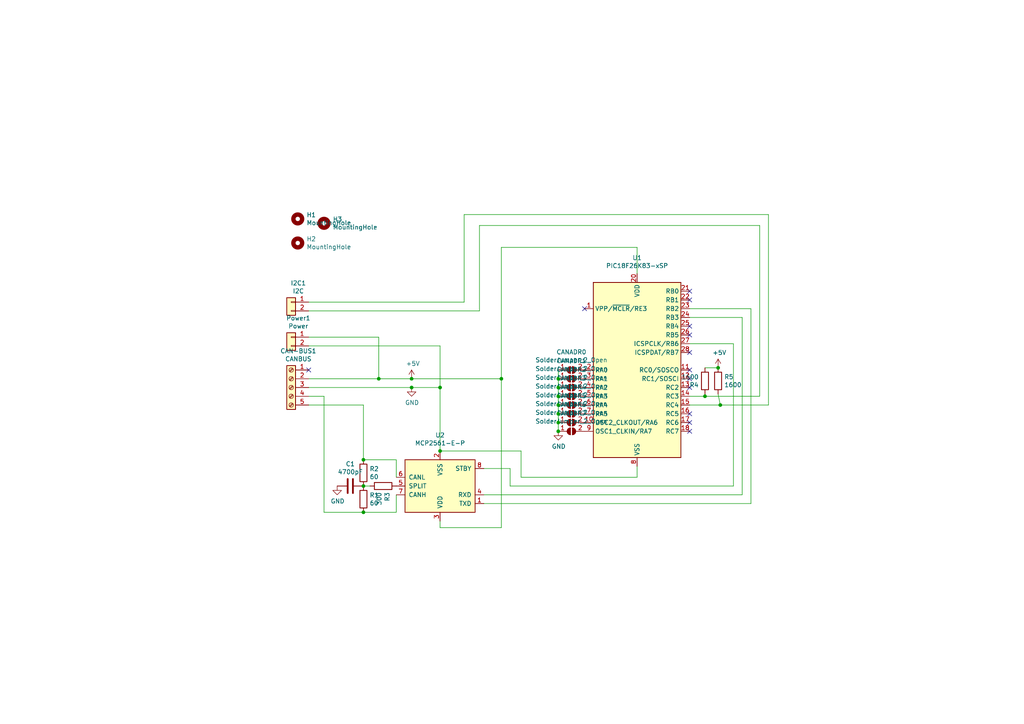
<source format=kicad_sch>
(kicad_sch (version 20230121) (generator eeschema)
  (paper "A4")
  (lib_symbols
    (symbol "Connector:Screw_Terminal_01x05" (pin_names (offset 1.016) hide)
      (property "Reference" "J" (at 0 7.62 0))
      (property "Value" "Screw_Terminal_01x05" (at 0 -7.62 0))
      (symbol "Screw_Terminal_01x05_1_1"
        (rectangle (start -1.27 6.35) (end 1.27 -6.35) (stroke (width 0.254)) (fill (type background)))
        (circle (center 0 -5.08) (radius 0.635) (stroke (width 0.1524)))
        (circle (center 0 -2.54) (radius 0.635) (stroke (width 0.1524)))
        (polyline (pts (xy -0.5334 -4.7498) (xy 0.3302 -5.588)) (stroke (width 0.1524)))
        (polyline (pts (xy -0.5334 -2.2098) (xy 0.3302 -3.048)) (stroke (width 0.1524)))
        (polyline (pts (xy -0.5334 0.3302) (xy 0.3302 -0.508)) (stroke (width 0.1524)))
        (polyline (pts (xy -0.5334 2.8702) (xy 0.3302 2.032)) (stroke (width 0.1524)))
        (polyline (pts (xy -0.5334 5.4102) (xy 0.3302 4.572)) (stroke (width 0.1524)))
        (polyline (pts (xy -0.3556 -4.572) (xy 0.508 -5.4102)) (stroke (width 0.1524)))
        (polyline (pts (xy -0.3556 -2.032) (xy 0.508 -2.8702)) (stroke (width 0.1524)))
        (polyline (pts (xy -0.3556 0.508) (xy 0.508 -0.3302)) (stroke (width 0.1524)))
        (polyline (pts (xy -0.3556 3.048) (xy 0.508 2.2098)) (stroke (width 0.1524)))
        (polyline (pts (xy -0.3556 5.588) (xy 0.508 4.7498)) (stroke (width 0.1524)))
        (circle (center 0 0) (radius 0.635) (stroke (width 0.1524)))
        (circle (center 0 2.54) (radius 0.635) (stroke (width 0.1524)))
        (circle (center 0 5.08) (radius 0.635) (stroke (width 0.1524)))
        (pin passive line (at -5.08 5.08 0) (length 3.81) (name "Pin_1") (number "1"))
        (pin passive line (at -5.08 2.54 0) (length 3.81) (name "Pin_2") (number "2"))
        (pin passive line (at -5.08 0 0) (length 3.81) (name "Pin_3") (number "3"))
        (pin passive line (at -5.08 -2.54 0) (length 3.81) (name "Pin_4") (number "4"))
        (pin passive line (at -5.08 -5.08 0) (length 3.81) (name "Pin_5") (number "5"))
      )
    )
    (symbol "Connector_Generic:Conn_01x02" (pin_names (offset 1.016) hide)
      (property "Reference" "J" (at 0 2.54 0))
      (property "Value" "Conn_01x02" (at 0 -5.08 0))
      (symbol "Conn_01x02_1_1"
        (rectangle (start -1.27 -2.413) (end 0 -2.667) (stroke (width 0.1524)))
        (rectangle (start -1.27 0.127) (end 0 -0.127) (stroke (width 0.1524)))
        (rectangle (start -1.27 1.27) (end 1.27 -3.81) (stroke (width 0.254)) (fill (type background)))
        (pin passive line (at -5.08 0 0) (length 3.81) (name "Pin_1") (number "1"))
        (pin passive line (at -5.08 -2.54 0) (length 3.81) (name "Pin_2") (number "2"))
      )
    )
    (symbol "Device:C" (pin_numbers hide) (pin_names (offset 0.254))
      (property "Reference" "C" (at 0.635 2.54 0))
      (property "Value" "C" (at 0.635 -2.54 0))
      (symbol "C_0_1"
        (polyline (pts (xy -2.032 -0.762) (xy 2.032 -0.762)) (stroke (width 0.508)))
        (polyline (pts (xy -2.032 0.762) (xy 2.032 0.762)) (stroke (width 0.508)))
      )
      (symbol "C_1_1"
        (pin passive line (at 0 3.81 270) (length 2.794) (name "~") (number "1"))
        (pin passive line (at 0 -3.81 90) (length 2.794) (name "~") (number "2"))
      )
    )
    (symbol "Device:R" (pin_numbers hide) (pin_names (offset 0))
      (property "Reference" "R" (at 2.032 0 90))
      (property "Value" "R" (at 0 0 90))
      (symbol "R_0_1"
        (rectangle (start -1.016 -2.54) (end 1.016 2.54) (stroke (width 0.254)))
      )
      (symbol "R_1_1"
        (pin passive line (at 0 3.81 270) (length 1.27) (name "~") (number "1"))
        (pin passive line (at 0 -3.81 90) (length 1.27) (name "~") (number "2"))
      )
    )
    (symbol "Interface_CAN_LIN:MCP2561-E-P" (pin_names (offset 1.016))
      (property "Reference" "U" (at -10.16 8.89 0))
      (property "Value" "MCP2561-E-P" (at 2.54 8.89 0))
      (symbol "MCP2561-E-P_0_1"
        (rectangle (start -10.16 7.62) (end 10.16 -7.62) (stroke (width 0.254)) (fill (type background)))
      )
      (symbol "MCP2561-E-P_1_1"
        (pin input line (at -12.7 5.08 0) (length 2.54) (name "TXD") (number "1"))
        (pin power_in line (at 0 -10.16 90) (length 2.54) (name "VSS") (number "2"))
        (pin power_in line (at 0 10.16 270) (length 2.54) (name "VDD") (number "3"))
        (pin output line (at -12.7 2.54 0) (length 2.54) (name "RXD") (number "4"))
        (pin passive line (at 12.7 0 180) (length 2.54) (name "SPLIT") (number "5"))
        (pin bidirectional line (at 12.7 -2.54 180) (length 2.54) (name "CANL") (number "6"))
        (pin bidirectional line (at 12.7 2.54 180) (length 2.54) (name "CANH") (number "7"))
        (pin input line (at -12.7 -5.08 0) (length 2.54) (name "STBY") (number "8"))
      )
    )
    (symbol "Jumper:SolderJumper_2_Open" (pin_names (offset 0) hide)
      (property "Reference" "JP" (at 0 2.032 0))
      (property "Value" "SolderJumper_2_Open" (at 0 -2.54 0))
      (symbol "SolderJumper_2_Open_0_1"
        (arc (start -0.254 1.016) (mid -1.2656 0) (end -0.254 -1.016))
        (arc (start -0.254 1.016) (mid -1.2656 0) (end -0.254 -1.016) (fill (type outline)))
        (polyline (pts (xy -0.254 1.016) (xy -0.254 -1.016)))
        (polyline (pts (xy 0.254 1.016) (xy 0.254 -1.016)))
        (arc (start 0.254 -1.016) (mid 1.2656 0) (end 0.254 1.016))
        (arc (start 0.254 -1.016) (mid 1.2656 0) (end 0.254 1.016) (fill (type outline)))
      )
      (symbol "SolderJumper_2_Open_1_1"
        (pin passive line (at -3.81 0 0) (length 2.54) (name "A") (number "1"))
        (pin passive line (at 3.81 0 180) (length 2.54) (name "B") (number "2"))
      )
    )
    (symbol "MCU_Microchip_PIC18:PIC18F26K83-xSP"
      (property "Reference" "U" (at -11.43 26.67 0))
      (property "Value" "PIC18F26K83-xSP" (at 11.43 26.67 0))
      (symbol "PIC18F26K83-xSP_0_1"
        (rectangle (start -12.7 -25.4) (end 12.7 25.4) (stroke (width 0.254)) (fill (type background)))
      )
      (symbol "PIC18F26K83-xSP_1_1"
        (pin input line (at -15.24 17.78 0) (length 2.54) (name "VPP/~{MCLR}/RE3") (number "1"))
        (pin bidirectional line (at -15.24 -15.24 0) (length 2.54) (name "OSC2_CLKOUT/RA6") (number "10"))
        (pin bidirectional line (at 15.24 0 180) (length 2.54) (name "RC0/SOSCO") (number "11"))
        (pin bidirectional line (at 15.24 -2.54 180) (length 2.54) (name "RC1/SOSCI") (number "12"))
        (pin bidirectional line (at 15.24 -5.08 180) (length 2.54) (name "RC2") (number "13"))
        (pin bidirectional line (at 15.24 -7.62 180) (length 2.54) (name "RC3") (number "14"))
        (pin bidirectional line (at 15.24 -10.16 180) (length 2.54) (name "RC4") (number "15"))
        (pin bidirectional line (at 15.24 -12.7 180) (length 2.54) (name "RC5") (number "16"))
        (pin bidirectional line (at 15.24 -15.24 180) (length 2.54) (name "RC6") (number "17"))
        (pin bidirectional line (at 15.24 -17.78 180) (length 2.54) (name "RC7") (number "18"))
        (pin passive line (at 0 -27.94 90) (length 2.54) hide (name "VSS") (number "19"))
        (pin bidirectional line (at -15.24 0 0) (length 2.54) (name "RA0") (number "2"))
        (pin power_in line (at 0 27.94 270) (length 2.54) (name "VDD") (number "20"))
        (pin bidirectional line (at 15.24 22.86 180) (length 2.54) (name "RB0") (number "21"))
        (pin bidirectional line (at 15.24 20.32 180) (length 2.54) (name "RB1") (number "22"))
        (pin bidirectional line (at 15.24 17.78 180) (length 2.54) (name "RB2") (number "23"))
        (pin bidirectional line (at 15.24 15.24 180) (length 2.54) (name "RB3") (number "24"))
        (pin bidirectional line (at 15.24 12.7 180) (length 2.54) (name "RB4") (number "25"))
        (pin bidirectional line (at 15.24 10.16 180) (length 2.54) (name "RB5") (number "26"))
        (pin bidirectional line (at 15.24 7.62 180) (length 2.54) (name "ICSPCLK/RB6") (number "27"))
        (pin bidirectional line (at 15.24 5.08 180) (length 2.54) (name "ICSPDAT/RB7") (number "28"))
        (pin bidirectional line (at -15.24 -2.54 0) (length 2.54) (name "RA1") (number "3"))
        (pin bidirectional line (at -15.24 -5.08 0) (length 2.54) (name "RA2") (number "4"))
        (pin bidirectional line (at -15.24 -7.62 0) (length 2.54) (name "RA3") (number "5"))
        (pin bidirectional line (at -15.24 -10.16 0) (length 2.54) (name "RA4") (number "6"))
        (pin bidirectional line (at -15.24 -12.7 0) (length 2.54) (name "RA5") (number "7"))
        (pin power_in line (at 0 -27.94 90) (length 2.54) (name "VSS") (number "8"))
        (pin bidirectional line (at -15.24 -17.78 0) (length 2.54) (name "OSC1_CLKIN/RA7") (number "9"))
      )
    )
    (symbol "Mechanical:MountingHole" (pin_names (offset 1.016))
      (property "Reference" "H" (at 0 5.08 0))
      (property "Value" "MountingHole" (at 0 3.175 0))
      (symbol "MountingHole_0_1"
        (circle (center 0 0) (radius 1.27) (stroke (width 1.27)))
      )
    )
    (symbol "power:+5V" (power) (pin_names (offset 0))
      (property "Value" "+5V" (at 0 3.556 0))
      (symbol "+5V_0_1"
        (polyline (pts (xy -0.762 1.27) (xy 0 2.54)))
        (polyline (pts (xy 0 0) (xy 0 2.54)))
        (polyline (pts (xy 0 2.54) (xy 0.762 1.27)))
      )
      (symbol "+5V_1_1"
        (pin power_in line (at 0 0 90) (length 0) hide (name "+5V") (number "1"))
      )
    )
    (symbol "power:GND" (power) (pin_names (offset 0))
      (property "Value" "GND" (at 0 -3.81 0))
      (symbol "GND_0_1"
        (polyline (pts (xy 0 0) (xy 0 -1.27) (xy 1.27 -1.27) (xy 0 -2.54) (xy -1.27 -1.27) (xy 0 -1.27)))
      )
      (symbol "GND_1_1"
        (pin power_in line (at 0 0 270) (length 0) hide (name "GND") (number "1"))
      )
    )
  )
  (junction (at 105.41 140.97))
  (junction (at 161.925 114.935))
  (junction (at 105.41 133.35))
  (junction (at 127.635 130.81))
  (junction (at 161.925 112.395))
  (junction (at 208.28 106.68))
  (junction (at 204.47 114.935))
  (junction (at 119.38 112.395))
  (junction (at 208.915 117.475))
  (junction (at 109.855 109.855))
  (junction (at 105.41 148.59))
  (junction (at 119.38 109.855))
  (junction (at 145.415 109.855))
  (junction (at 161.925 122.555))
  (junction (at 161.925 117.475))
  (junction (at 127.635 112.395))
  (junction (at 161.925 120.015))
  (junction (at 161.925 109.855))
  (junction (at 161.925 125.095))
  (no_connect (at 89.535 107.315))
  (no_connect (at 200.025 122.555))
  (no_connect (at 200.025 125.095))
  (no_connect (at 200.025 94.615))
  (no_connect (at 200.025 107.315))
  (no_connect (at 200.025 109.855))
  (no_connect (at 200.025 97.155))
  (no_connect (at 200.025 84.455))
  (no_connect (at 200.025 102.235))
  (no_connect (at 169.545 89.535))
  (no_connect (at 200.025 120.015))
  (no_connect (at 200.025 112.395))
  (no_connect (at 200.025 86.995))
  (wire (pts (xy 184.785 135.255) (xy 184.785 138.43)))
  (wire (pts (xy 127.635 112.395) (xy 119.38 112.395)))
  (wire (pts (xy 105.41 133.35) (xy 105.41 117.475)))
  (wire (pts (xy 215.265 143.51) (xy 215.265 92.075)))
  (wire (pts (xy 127.635 100.33) (xy 127.635 112.395)))
  (wire (pts (xy 220.345 65.405) (xy 139.065 65.405)))
  (wire (pts (xy 222.885 62.23) (xy 134.62 62.23)))
  (wire (pts (xy 109.855 97.79) (xy 109.855 109.855)))
  (wire (pts (xy 127.635 153.035) (xy 127.635 151.13)))
  (wire (pts (xy 89.535 97.79) (xy 109.855 97.79)))
  (wire (pts (xy 217.805 146.05) (xy 140.335 146.05)))
  (wire (pts (xy 145.415 109.855) (xy 145.415 153.035)))
  (wire (pts (xy 217.805 89.535) (xy 217.805 146.05)))
  (wire (pts (xy 134.62 87.63) (xy 89.535 87.63)))
  (wire (pts (xy 89.535 114.935) (xy 93.98 114.935)))
  (wire (pts (xy 89.535 100.33) (xy 127.635 100.33)))
  (wire (pts (xy 139.065 90.17) (xy 89.535 90.17)))
  (wire (pts (xy 222.885 117.475) (xy 222.885 62.23)))
  (wire (pts (xy 89.535 112.395) (xy 119.38 112.395)))
  (wire (pts (xy 208.915 117.475) (xy 222.885 117.475)))
  (wire (pts (xy 139.065 65.405) (xy 139.065 90.17)))
  (wire (pts (xy 114.935 143.51) (xy 114.935 148.59)))
  (wire (pts (xy 140.335 143.51) (xy 215.265 143.51)))
  (wire (pts (xy 93.98 148.59) (xy 105.41 148.59)))
  (wire (pts (xy 200.025 114.935) (xy 204.47 114.935)))
  (wire (pts (xy 204.47 106.68) (xy 208.28 106.68)))
  (wire (pts (xy 184.785 79.375) (xy 184.785 71.755)))
  (wire (pts (xy 208.28 114.3) (xy 208.915 117.475)))
  (wire (pts (xy 161.925 109.855) (xy 161.925 112.395)))
  (wire (pts (xy 161.925 117.475) (xy 161.925 120.015)))
  (wire (pts (xy 161.925 107.315) (xy 161.925 109.855)))
  (wire (pts (xy 212.725 99.695) (xy 212.725 140.97)))
  (wire (pts (xy 161.925 120.015) (xy 161.925 122.555)))
  (wire (pts (xy 119.38 109.855) (xy 145.415 109.855)))
  (wire (pts (xy 151.13 130.81) (xy 127.635 130.81)))
  (wire (pts (xy 134.62 62.23) (xy 134.62 87.63)))
  (wire (pts (xy 161.925 112.395) (xy 161.925 114.935)))
  (wire (pts (xy 220.345 114.935) (xy 220.345 65.405)))
  (wire (pts (xy 145.415 153.035) (xy 127.635 153.035)))
  (wire (pts (xy 114.935 138.43) (xy 114.935 133.35)))
  (wire (pts (xy 114.935 133.35) (xy 105.41 133.35)))
  (wire (pts (xy 200.025 117.475) (xy 208.915 117.475)))
  (wire (pts (xy 93.98 114.935) (xy 93.98 148.59)))
  (wire (pts (xy 109.855 109.855) (xy 119.38 109.855)))
  (wire (pts (xy 147.955 135.89) (xy 147.955 140.97)))
  (wire (pts (xy 107.315 140.97) (xy 105.41 140.97)))
  (wire (pts (xy 114.935 148.59) (xy 105.41 148.59)))
  (wire (pts (xy 212.725 99.695) (xy 200.025 99.695)))
  (wire (pts (xy 184.785 138.43) (xy 151.13 138.43)))
  (wire (pts (xy 147.955 140.97) (xy 212.725 140.97)))
  (wire (pts (xy 145.415 71.755) (xy 145.415 109.855)))
  (wire (pts (xy 127.635 130.81) (xy 127.635 112.395)))
  (wire (pts (xy 89.535 109.855) (xy 109.855 109.855)))
  (wire (pts (xy 161.925 122.555) (xy 161.925 125.095)))
  (wire (pts (xy 161.925 114.935) (xy 161.925 117.475)))
  (wire (pts (xy 151.13 138.43) (xy 151.13 130.81)))
  (wire (pts (xy 215.265 92.075) (xy 200.025 92.075)))
  (wire (pts (xy 204.47 114.935) (xy 220.345 114.935)))
  (wire (pts (xy 184.785 71.755) (xy 145.415 71.755)))
  (wire (pts (xy 200.025 89.535) (xy 217.805 89.535)))
  (wire (pts (xy 140.335 135.89) (xy 147.955 135.89)))
  (wire (pts (xy 105.41 117.475) (xy 89.535 117.475)))
  (wire (pts (xy 204.47 114.3) (xy 204.47 114.935)))
  (symbol (lib_id "Interface_CAN_LIN:MCP2561-E-P") (at 127.635 140.97 180) (unit 1)
    (property "Reference" "U2" (at 127.635 126.2126 0))
    (property "Value" "MCP2561-E-P" (at 127.635 128.524 0))
    (property "Footprint" "Package_DIP:DIP-8_W7.62mm" (effects hide))
    (property "Datasheet" "http://ww1.microchip.com/downloads/en/DeviceDoc/25167A.pdf" (effects hide))
  )
  (symbol (lib_id "Connector_Generic:Conn_01x02") (at 84.455 87.63 0) (mirror y) (unit 1)
    (property "Reference" "I2C1" (at 86.5378 82.1182 0))
    (property "Value" "I2C" (at 86.5378 84.4296 0))
    (property "Footprint" "Connector_PinHeader_2.54mm:PinHeader_2x01_P2.54mm_Horizontal" (effects hide))
  )
  (symbol (lib_id "Connector_Generic:Conn_01x02") (at 84.455 97.79 0) (mirror y) (unit 1)
    (property "Reference" "Power1" (at 86.5378 92.2782 0))
    (property "Value" "Power" (at 86.5378 94.5896 0))
    (property "Footprint" "Connector_PinHeader_2.54mm:PinHeader_2x01_P2.54mm_Horizontal" (effects hide))
  )
  (symbol (lib_id "Connector:Screw_Terminal_01x05") (at 84.455 112.395 0) (mirror y) (unit 1)
    (property "Reference" "CAN-BUS1" (at 86.5378 101.8032 0))
    (property "Value" "CANBUS" (at 86.5378 104.1146 0))
    (property "Footprint" "TerminalBlock_RND:TerminalBlock_RND_205-00235_1x05_P5.08mm_Horizontal" (effects hide))
  )
  (symbol (lib_id "Device:R") (at 105.41 144.78 0) (unit 1)
    (property "Reference" "R1" (at 107.188 143.6116 0) (effects (justify left)))
    (property "Value" "60" (at 107.188 145.923 0) (effects (justify left)))
    (property "Footprint" "Resistor_THT:R_Axial_DIN0207_L6.3mm_D2.5mm_P10.16mm_Horizontal" (effects hide))
  )
  (symbol (lib_id "Device:R") (at 105.41 137.16 0) (unit 1)
    (property "Reference" "R2" (at 107.188 135.9916 0) (effects (justify left)))
    (property "Value" "60" (at 107.188 138.303 0) (effects (justify left)))
    (property "Footprint" "Resistor_THT:R_Axial_DIN0207_L6.3mm_D2.5mm_P10.16mm_Horizontal" (effects hide))
  )
  (symbol (lib_id "MCU_Microchip_PIC18:PIC18F26K83-xSP") (at 184.785 107.315 0) (unit 1)
    (property "Reference" "U1" (at 184.785 74.7776 0))
    (property "Value" "PIC18F26K83-xSP" (at 184.785 77.089 0))
    (property "Footprint" "Package_DIP:DIP-28_W7.62mm" (effects hide))
    (property "Datasheet" "http://ww1.microchip.com/downloads/en/DeviceDoc/40001943A.pdf" (effects hide))
  )
  (symbol (lib_id "Jumper:SolderJumper_2_Open") (at 165.735 107.315 0) (unit 1)
    (property "Reference" "CANADR0" (at 165.735 102.108 0))
    (property "Value" "SolderJumper_2_Open" (at 165.735 104.4194 0))
    (property "Footprint" "Jumper:SolderJumper-2_P1.3mm_Open_RoundedPad1.0x1.5mm" (effects hide))
  )
  (symbol (lib_id "Jumper:SolderJumper_2_Open") (at 165.735 109.855 0) (unit 1)
    (property "Reference" "CANADR1" (at 165.735 104.648 0))
    (property "Value" "SolderJumper_2_Open" (at 165.735 106.9594 0))
    (property "Footprint" "Jumper:SolderJumper-2_P1.3mm_Open_RoundedPad1.0x1.5mm" (effects hide))
  )
  (symbol (lib_id "Jumper:SolderJumper_2_Open") (at 165.735 112.395 0) (unit 1)
    (property "Reference" "CANADR2" (at 165.735 107.188 0))
    (property "Value" "SolderJumper_2_Open" (at 165.735 109.4994 0))
    (property "Footprint" "Jumper:SolderJumper-2_P1.3mm_Open_RoundedPad1.0x1.5mm" (effects hide))
  )
  (symbol (lib_id "Jumper:SolderJumper_2_Open") (at 165.735 114.935 0) (unit 1)
    (property "Reference" "CANADR3" (at 165.735 109.728 0))
    (property "Value" "SolderJumper_2_Open" (at 165.735 112.0394 0))
    (property "Footprint" "Jumper:SolderJumper-2_P1.3mm_Open_RoundedPad1.0x1.5mm" (effects hide))
  )
  (symbol (lib_id "Jumper:SolderJumper_2_Open") (at 165.735 117.475 0) (unit 1)
    (property "Reference" "CANADR4" (at 165.735 112.268 0))
    (property "Value" "SolderJumper_2_Open" (at 165.735 114.5794 0))
    (property "Footprint" "Jumper:SolderJumper-2_P1.3mm_Open_RoundedPad1.0x1.5mm" (effects hide))
  )
  (symbol (lib_id "Jumper:SolderJumper_2_Open") (at 165.735 120.015 0) (unit 1)
    (property "Reference" "CANADR5" (at 165.735 114.808 0))
    (property "Value" "SolderJumper_2_Open" (at 165.735 117.1194 0))
    (property "Footprint" "Jumper:SolderJumper-2_P1.3mm_Open_RoundedPad1.0x1.5mm" (effects hide))
  )
  (symbol (lib_id "Jumper:SolderJumper_2_Open") (at 165.735 122.555 0) (unit 1)
    (property "Reference" "CANADR6" (at 165.735 117.348 0))
    (property "Value" "SolderJumper_2_Open" (at 165.735 119.6594 0))
    (property "Footprint" "Jumper:SolderJumper-2_P1.3mm_Open_RoundedPad1.0x1.5mm" (effects hide))
  )
  (symbol (lib_id "Jumper:SolderJumper_2_Open") (at 165.735 125.095 0) (unit 1)
    (property "Reference" "CANADR7" (at 165.735 119.888 0))
    (property "Value" "SolderJumper_2_Open" (at 165.735 122.1994 0))
    (property "Footprint" "Jumper:SolderJumper-2_P1.3mm_Open_RoundedPad1.0x1.5mm" (effects hide))
  )
  (symbol (lib_id "Mechanical:MountingHole") (at 93.98 64.77 0) (unit 1)
    (property "Reference" "H3" (at 96.52 63.6016 0) (effects (justify left)))
    (property "Value" "MountingHole" (at 96.52 65.913 0) (effects (justify left)))
    (property "Footprint" "MountingHole:MountingHole_3.5mm_Pad" (effects hide))
  )
  (symbol (lib_id "Mechanical:MountingHole") (at 86.36 63.5 0) (unit 1)
    (property "Reference" "H1" (at 88.9 62.3316 0) (effects (justify left)))
    (property "Value" "MountingHole" (at 88.9 64.643 0) (effects (justify left)))
    (property "Footprint" "MountingHole:MountingHole_3.5mm_Pad" (effects hide))
  )
  (symbol (lib_id "Mechanical:MountingHole") (at 86.36 70.485 0) (unit 1)
    (property "Reference" "H2" (at 88.9 69.3166 0) (effects (justify left)))
    (property "Value" "MountingHole" (at 88.9 71.628 0) (effects (justify left)))
    (property "Footprint" "MountingHole:MountingHole_3.5mm_Pad" (effects hide))
  )
  (symbol (lib_id "Device:R") (at 111.125 140.97 270) (unit 1)
    (property "Reference" "R3" (at 112.2934 142.748 0) (effects (justify left)))
    (property "Value" "300" (at 109.982 142.748 0) (effects (justify left)))
    (property "Footprint" "Resistor_THT:R_Axial_DIN0207_L6.3mm_D2.5mm_P10.16mm_Horizontal" (effects hide))
  )
  (symbol (lib_id "Device:C") (at 101.6 140.97 270) (unit 1)
    (property "Reference" "C1" (at 101.6 134.5692 90))
    (property "Value" "4700pF" (at 101.6 136.8806 90))
    (property "Footprint" "Capacitor_THT:C_Disc_D11.0mm_W5.0mm_P5.00mm" (effects hide))
  )
  (symbol (lib_id "power:GND") (at 119.38 112.395 0) (unit 1)
    (property "Reference" "#PWR01" (effects hide))
    (property "Value" "GND" (at 119.507 116.7892 0))
  )
  (symbol (lib_id "power:GND") (at 97.79 140.97 0) (unit 1)
    (property "Reference" "#PWR0101" (effects hide))
    (property "Value" "GND" (at 97.917 145.3642 0))
  )
  (symbol (lib_id "power:GND") (at 161.925 125.095 0) (unit 1)
    (property "Reference" "#PWR0102" (effects hide))
    (property "Value" "GND" (at 162.052 129.4892 0))
  )
  (symbol (lib_id "power:+5V") (at 119.38 109.855 0) (unit 1)
    (property "Reference" "#PWR0103" (effects hide))
    (property "Value" "+5V" (at 119.761 105.4608 0))
  )
  (symbol (lib_id "Device:R") (at 208.28 110.49 0) (unit 1)
    (property "Reference" "R5" (at 210.058 109.3216 0) (effects (justify left)))
    (property "Value" "1600" (at 210.058 111.633 0) (effects (justify left)))
    (property "Footprint" "Resistor_SMD:R_0603_1608Metric_Pad1.05x0.95mm_HandSolder" (effects hide))
  )
  (symbol (lib_id "Device:R") (at 204.47 110.49 180) (unit 1)
    (property "Reference" "R4" (at 202.692 111.6584 0) (effects (justify left)))
    (property "Value" "1600" (at 202.692 109.347 0) (effects (justify left)))
    (property "Footprint" "Resistor_SMD:R_0603_1608Metric_Pad1.05x0.95mm_HandSolder" (effects hide))
  )
  (symbol (lib_id "power:+5V") (at 208.28 106.68 0) (unit 1)
    (property "Reference" "#PWR02" (effects hide))
    (property "Value" "+5V" (at 208.661 102.2858 0))
  )
)
</source>
